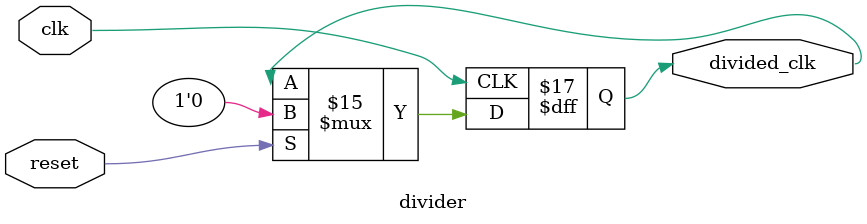
<source format=sv>
/*
Author: Eoin O'Connell
Email: eoconnell@hmc.edu
Date: Aug. 30, 2025
Module Function: This module is a parameterized clock divider which takes in a clock and divides it by some multiple.
Parameters: TOGGLE_COUNT: specifies the number of cycles before reset
Note: The TOGGLE_COUNT is the amount of cycles spent on BOTH the on and off state. That means the frequency will be divided by double the TOGGLE_COUNT.
*/
module divider
    #(parameter TOGGLE_COUNT=64)

(   input logic clk, reset,
    output logic divided_clk
);

    // derive counter width automatically
    localparam int COUNTER_WIDTH = $clog2(TOGGLE_COUNT);

    // counter bit width is automatically calculated based on the parameter TOGGLE_COUNT
    logic [COUNTER_WIDTH-1:0] counter;

    // Clock Divider
    always_ff @(posedge clk) begin
        if (reset) begin
            counter     <= 0;
            divided_clk <= 0;
        end 
        else if (counter == TOGGLE_COUNT) begin
            divided_clk <= ~divided_clk;
            counter     <= 0;
        end 
        else begin
            counter <= counter + 1;
        end
    end

endmodule
</source>
